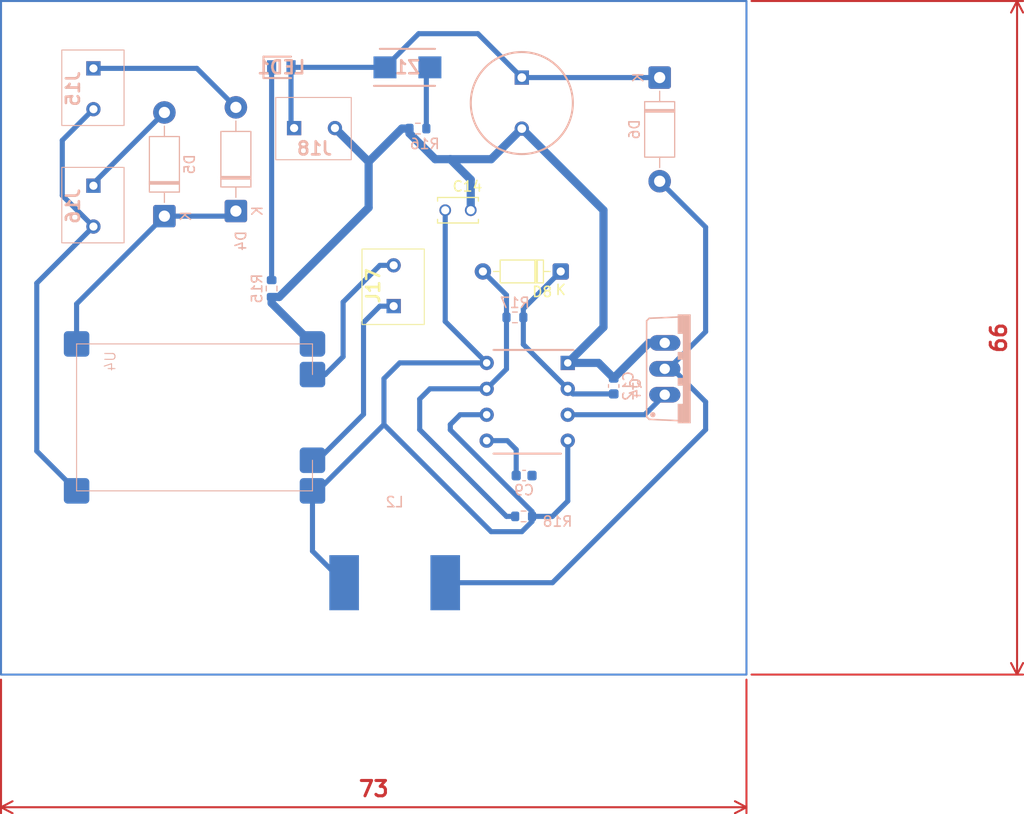
<source format=kicad_pcb>
(kicad_pcb (version 20241229) (generator "pcbnew") (generator_version "9.0")
  (layers (0 "F.Cu" signal) (2 "B.Cu" signal) (13 "F.Paste" user) (15 "B.Paste" user) (5 "F.SilkS" user "F.Silkscreen") (7 "B.SilkS" user "B.Silkscreen") (1 "F.Mask" user) (3 "B.Mask" user) (25 "Edge.Cuts" user))
  (net 0 "")
  (net 1 "GND")
  (net 2 "+5V")
  (net 3 "BAT")
  (net 4 "PWM")
  (net 5 "Net-(IC1-CONTROL_VOLTAGE)")
  (net 6 "Net-(D4-K)")
  (net 7 "Net-(D4-A)")
  (net 8 "Net-(D5-A)")
  (net 9 "Net-(D6-A)")
  (net 10 "Net-(J15-Pin_2)")
  (net 11 "Net-(J17-Pin_2)")
  (net 12 "Net-(J17-Pin_1)")
  (net 13 "Net-(LED1-K)")
  (net 14 "Net-(Z1-A)")
  (net 15 "Net-(D8-K)")
  (net 16 "Net-(D8-A)")
  (footprint "bird-feeder:ARK raster 2,54 mm" (layer "F.Cu") (at 93.45 128.4 90)
    (property "Reference" "J17" (at 1 -2 90) (layer "F.SilkS") (effects (font (size 1.27 1.27) (thickness 0.254))))
    (property "Value" "Li-Po battery" (hide yes))
    (fp_rect (start -2.8 -3.1) (end 4.6 3) (stroke (width 0.1)) (fill no) (layer "F.SilkS"))
    (pad "1" thru_hole rect (at -1 0 90) (size 1.4 1.4) (drill 0.8) (layers "*.Cu" "*.Mask") (net 12 "Net-(J17-Pin_1)"))
    (pad "2" thru_hole circle (at 3 0 90) (size 1.4 1.4) (drill 0.8) (layers "*.Cu" "*.Mask") (net 11 "Net-(J17-Pin_2)"))
  )
  (footprint "Diode_THT:D_DO-35_SOD27_P7.62mm_Horizontal" (layer "F.Cu") (at 109.81 126 180)
    (property "Reference" "D8" (at 1.81 -2 0) (layer "F.SilkS"))
    (property "Value" "1N4148")
    (fp_line (start 6.58 0) (end 5.93 0) (stroke (width 0.12)) (layer "F.SilkS"))
    (fp_line (start 2.53 -1.12) (end 2.53 1.12) (stroke (width 0.12)) (layer "F.SilkS"))
    (fp_line (start 2.41 -1.12) (end 2.41 1.12) (stroke (width 0.12)) (layer "F.SilkS"))
    (fp_line (start 2.29 -1.12) (end 2.29 1.12) (stroke (width 0.12)) (layer "F.SilkS"))
    (fp_line (start 1.04 0) (end 1.69 0) (stroke (width 0.12)) (layer "F.SilkS"))
    (fp_rect (start 1.69 -1.12) (end 5.93 1.12) (stroke (width 0.12)) (fill no) (layer "F.SilkS"))
    (fp_text user "K" (at 0 -1.8 0) (layer "F.SilkS"))
    (pad "1" thru_hole roundrect (at 0 0 180) (size 1.6 1.6) (drill 0.8) (layers "*.Cu" "*.Mask") (roundrect_rratio 0.15625) (net 15 "Net-(D8-K)"))
    (pad "2" thru_hole circle (at 7.62 0 180) (size 1.6 1.6) (drill 0.8) (layers "*.Cu" "*.Mask") (net 16 "Net-(D8-A)"))
  )
  (footprint "bird-feeder:CAPRB250W50L400T250H550" (layer "F.Cu") (at 99.75 120)
    (property "Reference" "C14" (at 0.925 -2.335 0) (layer "F.SilkS"))
    (property "Value" "10 μ")
    (fp_line (start -2 -1.25) (end -2 -0.895) (stroke (width 0.127)) (layer "F.SilkS"))
    (fp_line (start -2 -1.25) (end 2 -1.25) (stroke (width 0.127)) (layer "F.SilkS"))
    (fp_line (start -2 1.25) (end -2 0.895) (stroke (width 0.127)) (layer "F.SilkS"))
    (fp_line (start -2 1.25) (end 2 1.25) (stroke (width 0.127)) (layer "F.SilkS"))
    (fp_line (start 2 -1.25) (end 2 -0.895) (stroke (width 0.127)) (layer "F.SilkS"))
    (fp_line (start 2 1.25) (end 2 0.895) (stroke (width 0.127)) (layer "F.SilkS"))
    (pad "1" thru_hole circle (at -1.25 0) (size 1.15 1.15) (drill 0.8) (layers "*.Cu" "*.Mask") (net 3 "BAT"))
    (pad "2" thru_hole circle (at 1.25 0) (size 1.15 1.15) (drill 0.8) (layers "*.Cu" "*.Mask") (net 1 "GND"))
  )
  (footprint "bird-feeder:DE1207" (layer "B.Cu") (at 93.55 156.5 180)
    (property "Reference" "L2" (at 0 7.905 0) (layer "B.SilkS") (effects (justify mirror)))
    (property "Value" "ETQP4M150KFN")
    (fp_line (start 6 6) (end 0 6) (stroke (width 0.000128)) (layer "B.SilkS"))
    (fp_line (start 6 -6) (end 6 6) (stroke (width 0.000128)) (layer "B.SilkS"))
    (fp_line (start 0 6) (end -6 6) (stroke (width 0.000128)) (layer "B.SilkS"))
    (fp_line (start -6 6) (end -6 -6) (stroke (width 0.000128)) (layer "B.SilkS"))
    (fp_line (start -6 -6) (end 6 -6) (stroke (width 0.000128)) (layer "B.SilkS"))
    (pad "1" smd rect (at -4.95 0 180) (size 2.9 5.4) (layers "B.Cu" "B.Mask" "B.Paste") (net 9 "Net-(D6-A)"))
    (pad "2" smd rect (at 4.95 0 180) (size 2.9 5.4) (layers "B.Cu" "B.Mask" "B.Paste") (net 3 "BAT"))
  )
  (footprint "bird-feeder:LMC555_DIP794W53P254L959H508Q8N" (layer "B.Cu") (at 106.53 138.77 180)
    (property "Reference" "IC1" (hide yes))
    (property "Value" "NE555" (hide yes))
    (fp_line (start -3.3 -5.08) (end 3.3 -5.08) (stroke (width 0.2)) (layer "B.SilkS"))
    (fp_line (start -4.535 5.08) (end 3.3 5.08) (stroke (width 0.2)) (layer "B.SilkS"))
    (pad "1" thru_hole rect (at -3.97 3.81 180) (size 1.4 1.4) (drill 0.73) (layers "*.Cu" "*.Mask") (net 1 "GND"))
    (pad "2" thru_hole circle (at -3.97 1.27 180) (size 1.4 1.4) (drill 0.73) (layers "*.Cu" "*.Mask") (net 15 "Net-(D8-K)"))
    (pad "3" thru_hole circle (at -3.97 -1.27 180) (size 1.4 1.4) (drill 0.73) (layers "*.Cu" "*.Mask") (net 4 "PWM"))
    (pad "4" thru_hole circle (at -3.97 -3.81 180) (size 1.4 1.4) (drill 0.73) (layers "*.Cu" "*.Mask") (net 3 "BAT"))
    (pad "4" thru_hole circle (at 3.97 -1.27 180) (size 1.4 1.4) (drill 0.73) (layers "*.Cu" "*.Mask") (net 3 "BAT"))
    (pad "5" thru_hole circle (at 3.97 -3.81 180) (size 1.4 1.4) (drill 0.73) (layers "*.Cu" "*.Mask") (net 5 "Net-(IC1-CONTROL_VOLTAGE)"))
    (pad "7" thru_hole circle (at 3.97 1.27 180) (size 1.4 1.4) (drill 0.73) (layers "*.Cu" "*.Mask") (net 16 "Net-(D8-A)"))
    (pad "8" thru_hole circle (at 3.97 3.81 180) (size 1.4 1.4) (drill 0.73) (layers "*.Cu" "*.Mask") (net 3 "BAT"))
  )
  (footprint "bird-feeder:ARK raster 2,54 mm" (layer "B.Cu") (at 64.05 118.6 -90)
    (property "Reference" "J16" (at 1 2 90) (layer "B.SilkS") (effects (font (size 1.27 1.27) (thickness 0.254)) (justify mirror)))
    (property "Value" "Solar panel" (hide yes))
    (fp_rect (start -2.8 3.1) (end 4.6 -3) (stroke (width 0.1)) (fill no) (layer "B.SilkS"))
    (pad "1" thru_hole rect (at -1 0 270) (size 1.4 1.4) (drill 0.8) (layers "*.Cu" "*.Mask") (net 8 "Net-(D5-A)"))
    (pad "2" thru_hole circle (at 3 0 270) (size 1.4 1.4) (drill 0.8) (layers "*.Cu" "*.Mask") (net 10 "Net-(J15-Pin_2)"))
  )
  (footprint "Resistor_SMD:R_0603_1608Metric" (layer "B.Cu") (at 105.325 130.5 180)
    (property "Reference" "R17" (at 0 1.43 0) (layer "B.SilkS") (effects (justify mirror)))
    (property "Value" "15 k")
    (fp_line (start -0.237258 0.5225) (end 0.237258 0.5225) (stroke (width 0.12)) (layer "B.SilkS"))
    (fp_line (start -0.237258 -0.5225) (end 0.237258 -0.5225) (stroke (width 0.12)) (layer "B.SilkS"))
    (pad "1" smd roundrect (at -0.825 0 180) (size 0.8 0.95) (layers "B.Cu" "B.Mask" "B.Paste") (net 15 "Net-(D8-K)"))
    (pad "2" smd roundrect (at 0.825 0 180) (size 0.8 0.95) (layers "B.Cu" "B.Mask" "B.Paste") (net 16 "Net-(D8-A)"))
  )
  (footprint "bird-feeder:electrolytic_CAPPRD500W65D1000H2700" (layer "B.Cu") (at 106 107 -90)
    (property "Reference" "C8" (hide yes))
    (property "Value" "4700 μ" (hide yes))
    (fp_circle (center 2.5 0) (end 2.5 -5) (stroke (width 0.2)) (fill no) (layer "B.SilkS"))
    (pad "1" thru_hole rect (at 0 0 270) (size 1.4 1.4) (drill 0.85) (layers "*.Cu" "*.Mask") (net 2 "+5V"))
    (pad "2" thru_hole circle (at 5 0 270) (size 1.4 1.4) (drill 0.85) (layers "*.Cu" "*.Mask") (net 1 "GND"))
  )
  (footprint "Capacitor_SMD:C_0603_1608Metric" (layer "B.Cu") (at 106.225 146)
    (property "Reference" "C9" (at 0 1.43 0) (layer "B.SilkS") (effects (justify mirror)))
    (property "Value" "1 n" (hide yes))
    (fp_line (start -0.14058 -0.51) (end 0.14058 -0.51) (stroke (width 0.12)) (layer "B.SilkS"))
    (fp_line (start -0.14058 0.51) (end 0.14058 0.51) (stroke (width 0.12)) (layer "B.SilkS"))
    (pad "1" smd roundrect (at -0.775 0) (size 0.9 0.95) (layers "B.Cu" "B.Mask" "B.Paste") (net 5 "Net-(IC1-CONTROL_VOLTAGE)"))
    (pad "2" smd roundrect (at 0.775 0) (size 0.9 0.95) (layers "B.Cu" "B.Mask" "B.Paste") (net 1 "GND"))
  )
  (footprint "bird-feeder:LEDC2012X40N" (layer "B.Cu") (at 82.45 106)
    (property "Reference" "LED1" (at 0 0 0) (layer "B.SilkS") (effects (font (size 1.27 1.27) (thickness 0.254)) (justify mirror)))
    (property "Value" "5 V" (hide yes))
    (fp_line (start -1.75 -1.05) (end 0.95 -1.05) (stroke (width 0.2)) (layer "B.SilkS"))
    (fp_line (start -1.75 1.05) (end -1.75 -1.05) (stroke (width 0.2)) (layer "B.SilkS"))
    (fp_line (start 0.95 1.05) (end -1.75 1.05) (stroke (width 0.2)) (layer "B.SilkS"))
    (pad "1" smd rect (at -0.95 0) (size 0.9 1.4) (layers "B.Cu" "B.Mask" "B.Paste") (net 13 "Net-(LED1-K)"))
    (pad "2" smd rect (at 0.95 0) (size 0.9 1.4) (layers "B.Cu" "B.Mask" "B.Paste") (net 2 "+5V"))
  )
  (footprint "bird-feeder:ARK raster 2,54 mm" (layer "B.Cu") (at 64.05 107.1 -90)
    (property "Reference" "J15" (at 1 2 90) (layer "B.SilkS") (effects (font (size 1.27 1.27) (thickness 0.254)) (justify mirror)))
    (property "Value" "Solar panel" (hide yes))
    (fp_rect (start -2.8 3.1) (end 4.6 -3) (stroke (width 0.1)) (fill no) (layer "B.SilkS"))
    (pad "1" thru_hole rect (at -1 0 270) (size 1.4 1.4) (drill 0.8) (layers "*.Cu" "*.Mask") (net 7 "Net-(D4-A)"))
    (pad "2" thru_hole circle (at 3 0 270) (size 1.4 1.4) (drill 0.8) (layers "*.Cu" "*.Mask") (net 10 "Net-(J15-Pin_2)"))
  )
  (footprint "bird-feeder:ARK raster 2,54 mm" (layer "B.Cu") (at 84.7 111.95)
    (property "Reference" "J18" (at 1 2 0) (layer "B.SilkS") (effects (font (size 1.27 1.27) (thickness 0.254)) (justify mirror)))
    (property "Value" "Screw_Terminal_01x02" (hide yes))
    (fp_rect (start -2.8 3.1) (end 4.6 -3) (stroke (width 0.1)) (fill no) (layer "B.SilkS"))
    (pad "1" thru_hole rect (at -1 0) (size 1.4 1.4) (drill 0.8) (layers "*.Cu" "*.Mask") (net 2 "+5V"))
    (pad "2" thru_hole circle (at 3 0) (size 1.4 1.4) (drill 0.8) (layers "*.Cu" "*.Mask") (net 1 "GND"))
  )
  (footprint "Diode_THT:D_DO-41_SOD81_P10.16mm_Horizontal" (layer "B.Cu") (at 71 120.58 90)
    (property "Reference" "D5" (at 5.08 2.47 90) (layer "B.SilkS") (effects (justify mirror)))
    (property "Value" "SS34")
    (fp_line (start 8.82 0) (end 7.8 0) (stroke (width 0.12)) (layer "B.SilkS"))
    (fp_line (start 1.34 0) (end 2.36 0) (stroke (width 0.12)) (layer "B.SilkS"))
    (fp_line (start 3.38 1.47) (end 3.38 -1.47) (stroke (width 0.12)) (layer "B.SilkS"))
    (fp_line (start 3.26 1.47) (end 3.26 -1.47) (stroke (width 0.12)) (layer "B.SilkS"))
    (fp_line (start 3.14 1.47) (end 3.14 -1.47) (stroke (width 0.12)) (layer "B.SilkS"))
    (fp_rect (start 2.36 1.47) (end 7.8 -1.47) (stroke (width 0.12)) (fill no) (layer "B.SilkS"))
    (fp_text user "K" (at 0 2.1 90) (layer "B.SilkS") (effects (justify mirror)))
    (pad "1" thru_hole roundrect (at 0 0 90) (size 2.2 2.2) (drill 1.1) (layers "*.Cu" "*.Mask") (roundrect_rratio 0.113636) (net 6 "Net-(D4-K)"))
    (pad "2" thru_hole circle (at 10.16 0 90) (size 2.2 2.2) (drill 1.1) (layers "*.Cu" "*.Mask") (net 8 "Net-(D5-A)"))
  )
  (footprint "bird-feeder:TP4056" (layer "B.Cu") (at 66.2 134.8 -90)
    (property "Reference" "U4" (at 0 0.5 90) (layer "B.SilkS") (effects (font (thickness 0.1)) (justify mirror)))
    (property "Value" "TP4056")
    (fp_line (start -1.7 3.8) (end 12.7 3.8) (stroke (width 0.1)) (layer "B.SilkS"))
    (fp_line (start -1.7 3.8) (end -1.7 -19.3) (stroke (width 0.1)) (layer "B.SilkS"))
    (fp_line (start 12.7 3.8) (end 12.7 -19.3) (stroke (width 0.1)) (layer "B.SilkS"))
    (fp_line (start -1.7 -19.3) (end 1.3 -19.3) (stroke (width 0.1)) (layer "B.SilkS"))
    (fp_line (start 12.7 -19.3) (end 9.7 -19.3) (stroke (width 0.1)) (layer "B.SilkS"))
    (pad "1" smd roundrect (at -1.7 3.8 270) (size 2.5 2.5) (layers "B.Cu" "B.Mask" "B.Paste") (roundrect_rratio 0.15) (net 6 "Net-(D4-K)"))
    (pad "2" smd roundrect (at 12.7 3.8 270) (size 2.5 2.5) (layers "B.Cu" "B.Mask" "B.Paste") (roundrect_rratio 0.15) (net 10 "Net-(J15-Pin_2)"))
    (pad "3" smd roundrect (at 12.7 -19.3 270) (size 2.5 2.5) (layers "B.Cu" "B.Mask" "B.Paste") (roundrect_rratio 0.15) (net 3 "BAT"))
    (pad "4" smd roundrect (at 9.7 -19.3 270) (size 2.5 2.5) (layers "B.Cu" "B.Mask" "B.Paste") (roundrect_rratio 0.15) (net 12 "Net-(J17-Pin_1)"))
    (pad "5" smd roundrect (at 1.3 -19.3 270) (size 2.5 2.5) (layers "B.Cu" "B.Mask" "B.Paste") (roundrect_rratio 0.15) (net 11 "Net-(J17-Pin_2)"))
    (pad "6" smd roundrect (at -1.7 -19.3 270) (size 2.5 2.5) (layers "B.Cu" "B.Mask" "B.Paste") (roundrect_rratio 0.18) (net 1 "GND"))
  )
  (footprint "Resistor_SMD:R_0603_1608Metric" (layer "B.Cu") (at 106.175 150)
    (property "Reference" "R18" (at 3.325 0.5 0) (layer "B.SilkS") (effects (justify mirror)))
    (property "Value" "1 k")
    (fp_line (start -0.237258 -0.5225) (end 0.237258 -0.5225) (stroke (width 0.12)) (layer "B.SilkS"))
    (fp_line (start -0.237258 0.5225) (end 0.237258 0.5225) (stroke (width 0.12)) (layer "B.SilkS"))
    (pad "1" smd roundrect (at -0.825 0) (size 0.8 0.95) (layers "B.Cu" "B.Mask" "B.Paste") (net 16 "Net-(D8-A)"))
    (pad "2" smd roundrect (at 0.825 0) (size 0.8 0.95) (layers "B.Cu" "B.Mask" "B.Paste") (net 3 "BAT"))
  )
  (footprint "Diode_THT:D_DO-41_SOD81_P10.16mm_Horizontal" (layer "B.Cu") (at 78 120.08 90)
    (property "Reference" "D4" (at -2.92 0.5 90) (layer "B.SilkS") (effects (justify mirror)))
    (property "Value" "SS34")
    (fp_line (start 8.82 0) (end 7.8 0) (stroke (width 0.12)) (layer "B.SilkS"))
    (fp_line (start 1.34 0) (end 2.36 0) (stroke (width 0.12)) (layer "B.SilkS"))
    (fp_line (start 3.38 1.47) (end 3.38 -1.47) (stroke (width 0.12)) (layer "B.SilkS"))
    (fp_line (start 3.26 1.47) (end 3.26 -1.47) (stroke (width 0.12)) (layer "B.SilkS"))
    (fp_line (start 3.14 1.47) (end 3.14 -1.47) (stroke (width 0.12)) (layer "B.SilkS"))
    (fp_rect (start 2.36 1.47) (end 7.8 -1.47) (stroke (width 0.12)) (fill no) (layer "B.SilkS"))
    (fp_text user "K" (at 0 2.1 90) (layer "B.SilkS") (effects (justify mirror)))
    (pad "1" thru_hole roundrect (at 0 0 90) (size 2.2 2.2) (drill 1.1) (layers "*.Cu" "*.Mask") (roundrect_rratio 0.113636) (net 6 "Net-(D4-K)"))
    (pad "2" thru_hole circle (at 10.16 0 90) (size 2.2 2.2) (drill 1.1) (layers "*.Cu" "*.Mask") (net 7 "Net-(D4-A)"))
  )
  (footprint "Resistor_SMD:R_0603_1608Metric" (layer "B.Cu") (at 81.5 127.675 -90)
    (property "Reference" "R15" (at 0 1.43 90) (layer "B.SilkS") (effects (justify mirror)))
    (property "Value" "470")
    (fp_line (start -0.237258 0.5225) (end 0.237258 0.5225) (stroke (width 0.12)) (layer "B.SilkS"))
    (fp_line (start -0.237258 -0.5225) (end 0.237258 -0.5225) (stroke (width 0.12)) (layer "B.SilkS"))
    (pad "1" smd roundrect (at -0.825 0 270) (size 0.8 0.95) (layers "B.Cu" "B.Mask" "B.Paste") (net 13 "Net-(LED1-K)"))
    (pad "2" smd roundrect (at 0.825 0 270) (size 0.8 0.95) (layers "B.Cu" "B.Mask" "B.Paste") (net 1 "GND"))
  )
  (footprint "Capacitor_SMD:C_0603_1608Metric" (layer "B.Cu") (at 115 137.225 90)
    (property "Reference" "C12" (at 0 1.43 90) (layer "B.SilkS") (effects (justify mirror)))
    (property "Value" "1 n")
    (fp_line (start -0.14058 -0.51) (end 0.14058 -0.51) (stroke (width 0.12)) (layer "B.SilkS"))
    (fp_line (start -0.14058 0.51) (end 0.14058 0.51) (stroke (width 0.12)) (layer "B.SilkS"))
    (pad "1" smd roundrect (at -0.775 0 90) (size 0.9 0.95) (layers "B.Cu" "B.Mask" "B.Paste") (net 15 "Net-(D8-K)"))
    (pad "2" smd roundrect (at 0.775 0 90) (size 0.9 0.95) (layers "B.Cu" "B.Mask" "B.Paste") (net 1 "GND"))
  )
  (footprint "Diode_THT:D_DO-41_SOD81_P10.16mm_Horizontal" (layer "B.Cu") (at 119.5 107 -90)
    (property "Reference" "D6" (at 5.08 2.47 90) (layer "B.SilkS") (effects (justify mirror)))
    (property "Value" "1N5818")
    (fp_line (start 3.14 1.47) (end 3.14 -1.47) (stroke (width 0.12)) (layer "B.SilkS"))
    (fp_line (start 3.26 1.47) (end 3.26 -1.47) (stroke (width 0.12)) (layer "B.SilkS"))
    (fp_line (start 3.38 1.47) (end 3.38 -1.47) (stroke (width 0.12)) (layer "B.SilkS"))
    (fp_line (start 1.34 0) (end 2.36 0) (stroke (width 0.12)) (layer "B.SilkS"))
    (fp_line (start 8.82 0) (end 7.8 0) (stroke (width 0.12)) (layer "B.SilkS"))
    (fp_rect (start 2.36 1.47) (end 7.8 -1.47) (stroke (width 0.12)) (fill no) (layer "B.SilkS"))
    (fp_text user "K" (at 0 2.1 90) (layer "B.SilkS") (effects (justify mirror)))
    (pad "1" thru_hole roundrect (at 0 0 270) (size 2.2 2.2) (drill 1.1) (layers "*.Cu" "*.Mask") (roundrect_rratio 0.113636) (net 2 "+5V"))
    (pad "2" thru_hole circle (at 10.16 0 270) (size 2.2 2.2) (drill 1.1) (layers "*.Cu" "*.Mask") (net 9 "Net-(D6-A)"))
  )
  (footprint "Library:IRF740" (layer "B.Cu") (at 122.54 135.54 90)
    (property "Reference" "Q4" (at -1.905 -5.4102 90) (layer "B.SilkS") (effects (justify mirror)))
    (property "Value" "IRF740")
    (fp_line (start 4.699 -4.318) (end -4.699 -4.318) (stroke (width 0.1524)) (layer "B.SilkS"))
    (fp_line (start 4.699 -4.318) (end 4.953 -4.064) (stroke (width 0.1524)) (layer "B.SilkS"))
    (fp_line (start -4.953 -4.064) (end -4.699 -4.318) (stroke (width 0.1524)) (layer "B.SilkS"))
    (fp_line (start -4.953 -4.064) (end -5.08 -1.143) (stroke (width 0.1524)) (layer "B.SilkS"))
    (fp_line (start 5.08 -1.143) (end 4.953 -4.064) (stroke (width 0.1524)) (layer "B.SilkS"))
    (fp_circle (center -4.4958 -3.7084) (end -4.2418 -3.7084) (fill yes) (layer "B.SilkS"))
    (fp_poly (pts (xy 3.429 -0.762) (xy 5.334 -0.762) (xy 5.334 -1.27) (xy 3.429 -1.27)) (stroke (width 0.01)) (fill yes) (layer "B.SilkS"))
    (fp_poly (pts (xy 0.889 -0.762) (xy 1.651 -0.762) (xy 1.651 -1.27) (xy 0.889 -1.27)) (stroke (width 0.01)) (fill yes) (layer "B.SilkS"))
    (fp_poly (pts (xy -1.651 -0.762) (xy -0.889 -0.762) (xy -0.889 -1.27) (xy -1.651 -1.27)) (stroke (width 0.01)) (fill yes) (layer "B.SilkS"))
    (fp_poly (pts (xy -5.334 -0.762) (xy -3.429 -0.762) (xy -3.429 -1.27) (xy -5.334 -1.27)) (stroke (width 0.01)) (fill yes) (layer "B.SilkS"))
    (fp_poly (pts (xy -5.334 0) (xy 5.334 0) (xy 5.334 -0.762) (xy -5.334 -0.762)) (stroke (width 0.01)) (fill yes) (layer "B.SilkS"))
    (pad "D" thru_hole oval (at 0 -2.54 90) (size 1.524 3.048) (drill 1.016) (layers "*.Cu" "*.Mask") (net 9 "Net-(D6-A)"))
    (pad "G" thru_hole oval (at -2.54 -2.54 90) (size 1.524 3.048) (drill 1.016) (layers "*.Cu" "*.Mask") (net 4 "PWM"))
    (pad "S" thru_hole oval (at 2.54 -2.54 90) (size 1.524 3.048) (drill 1.016) (layers "*.Cu" "*.Mask") (net 1 "GND"))
  )
  (footprint "bird-feeder:zenner_DIOM5436X247N" (layer "B.Cu") (at 94.8 106)
    (property "Reference" "Z1" (at 0 0 0) (layer "B.SilkS") (effects (font (size 1.27 1.27) (thickness 0.254)) (justify mirror)))
    (property "Value" "1SMB5918BT3G" (hide yes))
    (fp_line (start -2.702 -1.812) (end 2.702 -1.812) (stroke (width 0.2)) (layer "B.SilkS"))
    (fp_line (start 2.702 1.812) (end -3.275 1.812) (stroke (width 0.2)) (layer "B.SilkS"))
    (pad "1" smd rect (at -2.2 0 270) (size 2.15 2.25) (layers "B.Cu" "B.Mask" "B.Paste") (net 2 "+5V"))
    (pad "2" smd rect (at 2.2 0 270) (size 2.15 2.25) (layers "B.Cu" "B.Mask" "B.Paste") (net 14 "Net-(Z1-A)"))
  )
  (footprint "Resistor_SMD:R_0603_1608Metric" (layer "B.Cu") (at 95.825 112 180)
    (property "Reference" "R16" (at -0.675 -1.5 0) (layer "B.SilkS") (effects (justify mirror)))
    (property "Value" "470")
    (fp_line (start -0.237258 0.5225) (end 0.237258 0.5225) (stroke (width 0.12)) (layer "B.SilkS"))
    (fp_line (start -0.237258 -0.5225) (end 0.237258 -0.5225) (stroke (width 0.12)) (layer "B.SilkS"))
    (pad "1" smd roundrect (at -0.825 0 180) (size 0.8 0.95) (layers "B.Cu" "B.Mask" "B.Paste") (net 14 "Net-(Z1-A)"))
    (pad "2" smd roundrect (at 0.825 0 180) (size 0.8 0.95) (layers "B.Cu" "B.Mask" "B.Paste") (net 1 "GND"))
  )
  (gr_rect (start 55 99.5) (end 128 165.5) (stroke (width 0.2)) (fill no) (layer "B.Cu") (net 2))
  (dimension (type orthogonal) (layer "F.Cu") (pts (xy 128 99.5) (xy 128 165.5)) (height 26.5) (orientation 1) (format (prefix "") (suffix "") (units 3) (units_format 0) (precision 4) (suppress_zeroes yes)) (style (thickness 0.2) (arrow_length 1.27) (text_position_mode 0) (arrow_direction outward) (extension_height 0.58642) (extension_offset 0.5) (keep_text_aligned yes)) (gr_text "66" (at 152.7 132.5 90) (layer "F.Cu") (effects (font (size 1.5 1.5) (thickness 0.3)))))
  (dimension (type orthogonal) (layer "F.Cu") (pts (xy 55 165.5) (xy 128 165.5)) (height 13) (orientation 0) (format (prefix "") (suffix "") (units 3) (units_format 0) (precision 4) (suppress_zeroes yes)) (style (thickness 0.2) (arrow_length 1.27) (text_position_mode 0) (arrow_direction outward) (extension_height 0.58642) (extension_offset 0.5) (keep_text_aligned yes)) (gr_text "73" (at 91.5 176.7 0) (layer "F.Cu") (effects (font (size 1.5 1.5) (thickness 0.3)))))
  (segment (start 94.25 112) (end 95 112) (width 0.8) (layer "B.Cu") (net 1))
  (segment (start 91 115.25) (end 87.7 111.95) (width 0.8) (layer "B.Cu") (net 1))
  (segment (start 101 117) (end 101 120) (width 0.8) (layer "B.Cu") (net 1))
  (segment (start 81.5 129.1) (end 81.5 128.5) (width 0.8) (layer "B.Cu") (net 1))
  (segment (start 82.2425 128.5) (end 91 119.7425) (width 0.8) (layer "B.Cu") (net 1))
  (segment (start 118.45 133) (end 120 133) (width 0.8) (layer "B.Cu") (net 1))
  (segment (start 91 119.7425) (end 91 115.25) (width 0.8) (layer "B.Cu") (net 1))
  (segment (start 95 112.475) (end 97.525 115) (width 0.8) (layer "B.Cu") (net 1))
  (segment (start 103 115) (end 106 112) (width 0.8) (layer "B.Cu") (net 1))
  (segment (start 114 131.46) (end 110.5 134.96) (width 0.8) (layer "B.Cu") (net 1))
  (segment (start 113.51 134.96) (end 115 136.45) (width 0.8) (layer "B.Cu") (net 1))
  (segment (start 114 120) (end 114 131.46) (width 0.8) (layer "B.Cu") (net 1))
  (segment (start 81.5 128.5) (end 82.2425 128.5) (width 0.8) (layer "B.Cu") (net 1))
  (segment (start 85.5 133.1) (end 81.5 129.1) (width 0.8) (layer "B.Cu") (net 1))
  (segment (start 106 112) (end 114 120) (width 0.8) (layer "B.Cu") (net 1))
  (segment (start 99 115) (end 101 117) (width 0.8) (layer "B.Cu") (net 1))
  (segment (start 110.5 134.96) (end 113.51 134.96) (width 0.8) (layer "B.Cu") (net 1))
  (segment (start 97.525 115) (end 99 115) (width 0.8) (layer "B.Cu") (net 1))
  (segment (start 115 136.45) (end 118.45 133) (width 0.8) (layer "B.Cu") (net 1))
  (segment (start 91 115.25) (end 94.25 112) (width 0.8) (layer "B.Cu") (net 1))
  (segment (start 99 115) (end 103 115) (width 0.8) (layer "B.Cu") (net 1))
  (segment (start 95 112) (end 95 112.475) (width 0.8) (layer "B.Cu") (net 1))
  (segment (start 101.701 102.701) (end 106 107) (width 0.5) (layer "B.Cu") (net 2))
  (segment (start 106 107) (end 119.5 107) (width 0.5) (layer "B.Cu") (net 2))
  (segment (start 83.4 106) (end 92.6 106) (width 0.5) (layer "B.Cu") (net 2))
  (segment (start 92.6 106) (end 95.899 102.701) (width 0.5) (layer "B.Cu") (net 2))
  (segment (start 83.4 106) (end 83.4 111.65) (width 0.5) (layer "B.Cu") (net 2))
  (segment (start 95.899 102.701) (end 101.701 102.701) (width 0.5) (layer "B.Cu") (net 2))
  (segment (start 83.4 111.65) (end 83.7 111.95) (width 0.5) (layer "B.Cu") (net 2))
  (segment (start 94.04 134.96) (end 92.5 136.5) (width 0.5) (layer "B.Cu") (net 3))
  (segment (start 103 151.5) (end 106 151.5) (width 0.5) (layer "B.Cu") (net 3))
  (segment (start 102.56 134.96) (end 94.04 134.96) (width 0.5) (layer "B.Cu") (net 3))
  (segment (start 109 150) (end 110.5 148.5) (width 0.5) (layer "B.Cu") (net 3))
  (segment (start 85.5 153.4) (end 88.6 156.5) (width 0.5) (layer "B.Cu") (net 3))
  (segment (start 86 147.5) (end 92.5 141) (width 0.5) (layer "B.Cu") (net 3))
  (segment (start 85.5 147.5) (end 86 147.5) (width 0.4) (layer "B.Cu") (net 3))
  (segment (start 107 150) (end 109 150) (width 0.5) (layer "B.Cu") (net 3))
  (segment (start 99 141) (end 99 141.525) (width 0.5) (layer "B.Cu") (net 3))
  (segment (start 99 141.525) (end 107 149.525) (width 0.5) (layer "B.Cu") (net 3))
  (segment (start 107 150.5) (end 107 150) (width 0.5) (layer "B.Cu") (net 3))
  (segment (start 110.5 148.5) (end 110.5 142.58) (width 0.5) (layer "B.Cu") (net 3))
  (segment (start 102.56 134.96) (end 98.5 130.9) (width 0.5) (layer "B.Cu") (net 3))
  (segment (start 107 149.525) (end 107 150) (width 0.5) (layer "B.Cu") (net 3))
  (segment (start 102.56 140.04) (end 99.96 140.04) (width 0.5) (layer "B.Cu") (net 3))
  (segment (start 92.5 141) (end 103 151.5) (width 0.5) (layer "B.Cu") (net 3))
  (segment (start 92.5 136.5) (end 92.5 141) (width 0.5) (layer "B.Cu") (net 3))
  (segment (start 85.5 147.5) (end 85.5 153.4) (width 0.5) (layer "B.Cu") (net 3))
  (segment (start 98.5 130.9) (end 98.5 120) (width 0.5) (layer "B.Cu") (net 3))
  (segment (start 99.96 140.04) (end 99 141) (width 0.5) (layer "B.Cu") (net 3))
  (segment (start 106 151.5) (end 107 150.5) (width 0.5) (layer "B.Cu") (net 3))
  (segment (start 118.04 140.04) (end 120 138.08) (width 0.5) (layer "B.Cu") (net 4))
  (segment (start 110.5 140.04) (end 118.04 140.04) (width 0.5) (layer "B.Cu") (net 4))
  (segment (start 105.45 143.45) (end 104.58 142.58) (width 0.5) (layer "B.Cu") (net 5))
  (segment (start 104.58 142.58) (end 102.56 142.58) (width 0.5) (layer "B.Cu") (net 5))
  (segment (start 105.45 146) (end 105.45 143.45) (width 0.5) (layer "B.Cu") (net 5))
  (segment (start 62.4 129.18) (end 71 120.58) (width 0.5) (layer "B.Cu") (net 6))
  (segment (start 78 120.08) (end 77.5 120.58) (width 0.5) (layer "B.Cu") (net 6))
  (segment (start 62.4 133.1) (end 62.4 129.18) (width 0.5) (layer "B.Cu") (net 6))
  (segment (start 71 120.58) (end 77.5 120.58) (width 0.5) (layer "B.Cu") (net 6))
  (segment (start 74.18 106.1) (end 78 109.92) (width 0.5) (layer "B.Cu") (net 7))
  (segment (start 64.05 106.1) (end 74.18 106.1) (width 0.5) (layer "B.Cu") (net 7))
  (segment (start 64.05 117.6) (end 64.05 117.37) (width 0.5) (layer "B.Cu") (net 8))
  (segment (start 64.05 117.37) (end 71 110.42) (width 0.5) (layer "B.Cu") (net 8))
  (segment (start 119.5 117.16) (end 124 121.66) (width 0.5) (layer "B.Cu") (net 9))
  (segment (start 109 156.5) (end 98.5 156.5) (width 0.5) (layer "B.Cu") (net 9))
  (segment (start 124 141.5) (end 109 156.5) (width 0.5) (layer "B.Cu") (net 9))
  (segment (start 120.762 135.54) (end 124 138.778) (width 0.5) (layer "B.Cu") (net 9))
  (segment (start 120 135.54) (end 120.361705 135.54) (width 0.5) (layer "B.Cu") (net 9))
  (segment (start 124 138.778) (end 124 141.5) (width 0.5) (layer "B.Cu") (net 9))
  (segment (start 120 135.54) (end 120.762 135.54) (width 0.5) (layer "B.Cu") (net 9))
  (segment (start 120.361705 135.54) (end 124 131.901705) (width 0.5) (layer "B.Cu") (net 9))
  (segment (start 124 121.66) (end 124 131.901705) (width 0.5) (layer "B.Cu") (net 9))
  (segment (start 61 118.55) (end 61 113.15) (width 0.5) (layer "B.Cu") (net 10))
  (segment (start 61 113.15) (end 64.05 110.1) (width 0.5) (layer "B.Cu") (net 10))
  (segment (start 58.5 127.15) (end 64.05 121.6) (width 0.5) (layer "B.Cu") (net 10))
  (segment (start 58.5 143.6) (end 58.5 127.15) (width 0.5) (layer "B.Cu") (net 10))
  (segment (start 62.4 147.5) (end 58.5 143.6) (width 0.5) (layer "B.Cu") (net 10))
  (segment (start 64.05 121.6) (end 61 118.55) (width 0.5) (layer "B.Cu") (net 10))
  (segment (start 88.5 134.35) (end 88.5 129) (width 0.5) (layer "B.Cu") (net 11))
  (segment (start 92.1 125.4) (end 93.45 125.4) (width 0.5) (layer "B.Cu") (net 11))
  (segment (start 85.5 136.1) (end 86.75 136.1) (width 0.5) (layer "B.Cu") (net 11))
  (segment (start 86.75 136.1) (end 88.5 134.35) (width 0.5) (layer "B.Cu") (net 11))
  (segment (start 88.5 129) (end 92.1 125.4) (width 0.5) (layer "B.Cu") (net 11))
  (segment (start 86 144.5) (end 90.5 140) (width 0.5) (layer "B.Cu") (net 12))
  (segment (start 90.5 131) (end 92.1 129.4) (width 0.5) (layer "B.Cu") (net 12))
  (segment (start 85.5 144.5) (end 86 144.5) (width 0.5) (layer "B.Cu") (net 12))
  (segment (start 92.1 129.4) (end 93.45 129.4) (width 0.5) (layer "B.Cu") (net 12))
  (segment (start 90.5 140) (end 90.5 131) (width 0.5) (layer "B.Cu") (net 12))
  (segment (start 81.5 126.85) (end 81.5 106) (width 0.5) (layer "B.Cu") (net 13))
  (segment (start 96.65 106.35) (end 97 106) (width 0.5) (layer "B.Cu") (net 14))
  (segment (start 96.65 112) (end 96.65 106.35) (width 0.5) (layer "B.Cu") (net 14))
  (segment (start 106.15 130.5) (end 106.15 129.66) (width 0.5) (layer "B.Cu") (net 15))
  (segment (start 106.15 130.5) (end 106.15 133.15) (width 0.5) (layer "B.Cu") (net 15))
  (segment (start 106.15 133.15) (end 110.5 137.5) (width 0.5) (layer "B.Cu") (net 15))
  (segment (start 115 138) (end 111 138) (width 0.5) (layer "B.Cu") (net 15))
  (segment (start 111 138) (end 110.5 137.5) (width 0.5) (layer "B.Cu") (net 15))
  (segment (start 106.15 129.66) (end 109.81 126) (width 0.5) (layer "B.Cu") (net 15))
  (segment (start 104.5 150) (end 96 141.5) (width 0.5) (layer "B.Cu") (net 16))
  (segment (start 105.35 150) (end 104.5 150) (width 0.5) (layer "B.Cu") (net 16))
  (segment (start 96 138.5) (end 97 137.5) (width 0.5) (layer "B.Cu") (net 16))
  (segment (start 104.5 130.5) (end 104.5 128.31) (width 0.5) (layer "B.Cu") (net 16))
  (segment (start 97 137.5) (end 102.56 137.5) (width 0.5) (layer "B.Cu") (net 16))
  (segment (start 104.5 128.31) (end 102.19 126) (width 0.5) (layer "B.Cu") (net 16))
  (segment (start 104.5 135.56) (end 102.56 137.5) (width 0.5) (layer "B.Cu") (net 16))
  (segment (start 96 141.5) (end 96 138.5) (width 0.5) (layer "B.Cu") (net 16))
  (segment (start 104.5 130.5) (end 104.5 135.56) (width 0.5) (layer "B.Cu") (net 16))
)
</source>
